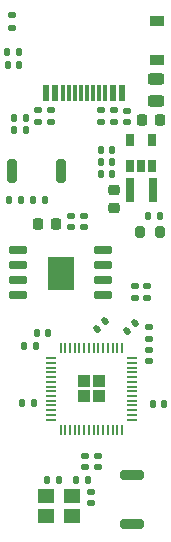
<source format=gbr>
%TF.GenerationSoftware,KiCad,Pcbnew,(6.0.7-1)-1*%
%TF.CreationDate,2022-09-30T15:54:31+08:00*%
%TF.ProjectId,PicoBoot,5069636f-426f-46f7-942e-6b696361645f,REV1*%
%TF.SameCoordinates,Original*%
%TF.FileFunction,Paste,Top*%
%TF.FilePolarity,Positive*%
%FSLAX46Y46*%
G04 Gerber Fmt 4.6, Leading zero omitted, Abs format (unit mm)*
G04 Created by KiCad (PCBNEW (6.0.7-1)-1) date 2022-09-30 15:54:31*
%MOMM*%
%LPD*%
G01*
G04 APERTURE LIST*
G04 Aperture macros list*
%AMRoundRect*
0 Rectangle with rounded corners*
0 $1 Rounding radius*
0 $2 $3 $4 $5 $6 $7 $8 $9 X,Y pos of 4 corners*
0 Add a 4 corners polygon primitive as box body*
4,1,4,$2,$3,$4,$5,$6,$7,$8,$9,$2,$3,0*
0 Add four circle primitives for the rounded corners*
1,1,$1+$1,$2,$3*
1,1,$1+$1,$4,$5*
1,1,$1+$1,$6,$7*
1,1,$1+$1,$8,$9*
0 Add four rect primitives between the rounded corners*
20,1,$1+$1,$2,$3,$4,$5,0*
20,1,$1+$1,$4,$5,$6,$7,0*
20,1,$1+$1,$6,$7,$8,$9,0*
20,1,$1+$1,$8,$9,$2,$3,0*%
G04 Aperture macros list end*
%ADD10C,0.010000*%
%ADD11RoundRect,0.218750X0.218750X0.256250X-0.218750X0.256250X-0.218750X-0.256250X0.218750X-0.256250X0*%
%ADD12RoundRect,0.140000X-0.170000X0.140000X-0.170000X-0.140000X0.170000X-0.140000X0.170000X0.140000X0*%
%ADD13RoundRect,0.140000X0.021213X-0.219203X0.219203X-0.021213X-0.021213X0.219203X-0.219203X0.021213X0*%
%ADD14RoundRect,0.140000X0.140000X0.170000X-0.140000X0.170000X-0.140000X-0.170000X0.140000X-0.170000X0*%
%ADD15RoundRect,0.135000X0.135000X0.185000X-0.135000X0.185000X-0.135000X-0.185000X0.135000X-0.185000X0*%
%ADD16RoundRect,0.135000X-0.185000X0.135000X-0.185000X-0.135000X0.185000X-0.135000X0.185000X0.135000X0*%
%ADD17RoundRect,0.140000X-0.140000X-0.170000X0.140000X-0.170000X0.140000X0.170000X-0.140000X0.170000X0*%
%ADD18RoundRect,0.135000X0.185000X-0.135000X0.185000X0.135000X-0.185000X0.135000X-0.185000X-0.135000X0*%
%ADD19RoundRect,0.150000X-0.650000X-0.150000X0.650000X-0.150000X0.650000X0.150000X-0.650000X0.150000X0*%
%ADD20RoundRect,0.140000X0.170000X-0.140000X0.170000X0.140000X-0.170000X0.140000X-0.170000X-0.140000X0*%
%ADD21RoundRect,0.200000X-0.200000X-0.800000X0.200000X-0.800000X0.200000X0.800000X-0.200000X0.800000X0*%
%ADD22RoundRect,0.200000X-0.200000X-0.275000X0.200000X-0.275000X0.200000X0.275000X-0.200000X0.275000X0*%
%ADD23R,1.200000X0.900000*%
%ADD24RoundRect,0.147500X-0.147500X-0.172500X0.147500X-0.172500X0.147500X0.172500X-0.147500X0.172500X0*%
%ADD25R,0.650000X1.060000*%
%ADD26R,1.400000X1.200000*%
%ADD27RoundRect,0.135000X-0.135000X-0.185000X0.135000X-0.185000X0.135000X0.185000X-0.135000X0.185000X0*%
%ADD28RoundRect,0.200000X0.800000X-0.200000X0.800000X0.200000X-0.800000X0.200000X-0.800000X-0.200000X0*%
%ADD29R,0.600000X1.450000*%
%ADD30R,0.300000X1.450000*%
%ADD31RoundRect,0.250000X-0.292217X-0.292217X0.292217X-0.292217X0.292217X0.292217X-0.292217X0.292217X0*%
%ADD32RoundRect,0.050000X-0.387500X-0.050000X0.387500X-0.050000X0.387500X0.050000X-0.387500X0.050000X0*%
%ADD33RoundRect,0.050000X-0.050000X-0.387500X0.050000X-0.387500X0.050000X0.387500X-0.050000X0.387500X0*%
%ADD34RoundRect,0.243750X0.456250X-0.243750X0.456250X0.243750X-0.456250X0.243750X-0.456250X-0.243750X0*%
%ADD35RoundRect,0.218750X-0.256250X0.218750X-0.256250X-0.218750X0.256250X-0.218750X0.256250X0.218750X0*%
%ADD36RoundRect,0.147500X0.147500X0.172500X-0.147500X0.172500X-0.147500X-0.172500X0.147500X-0.172500X0*%
%ADD37R,0.800000X2.000000*%
%ADD38R,0.940000X0.440000*%
%ADD39RoundRect,0.147500X-0.172500X0.147500X-0.172500X-0.147500X0.172500X-0.147500X0.172500X0.147500X0*%
%ADD40RoundRect,0.225000X0.225000X0.250000X-0.225000X0.250000X-0.225000X-0.250000X0.225000X-0.250000X0*%
G04 APERTURE END LIST*
%TO.C,REF\u002A\u002A*%
G36*
X102725000Y-81450770D02*
G01*
X100574390Y-81450770D01*
X100574390Y-78750000D01*
X102725000Y-78750000D01*
X102725000Y-81450770D01*
G37*
D10*
X102725000Y-81450770D02*
X100574390Y-81450770D01*
X100574390Y-78750000D01*
X102725000Y-78750000D01*
X102725000Y-81450770D01*
%TD*%
D11*
%TO.C,C1*%
X110087500Y-67200000D03*
X108512500Y-67200000D03*
%TD*%
D12*
%TO.C,C6*%
X104850000Y-95612164D03*
X104850000Y-96572164D03*
%TD*%
D13*
%TO.C,C7*%
X104710589Y-84889411D03*
X105389411Y-84210589D03*
%TD*%
D14*
%TO.C,C11*%
X99530000Y-86300000D03*
X98570000Y-86300000D03*
%TD*%
D15*
%TO.C,R1*%
X98310000Y-73900000D03*
X97290000Y-73900000D03*
%TD*%
D16*
%TO.C,R4*%
X109000000Y-81240000D03*
X109000000Y-82260000D03*
%TD*%
D17*
%TO.C,C13*%
X109445000Y-91212500D03*
X110405000Y-91212500D03*
%TD*%
D12*
%TO.C,C14*%
X103725000Y-95612164D03*
X103725000Y-96572164D03*
%TD*%
D13*
%TO.C,C3*%
X107260589Y-84989411D03*
X107939411Y-84310589D03*
%TD*%
D16*
%TO.C,R3*%
X107950000Y-81240000D03*
X107950000Y-82260000D03*
%TD*%
D15*
%TO.C,GPIO25_RESISTOR1*%
X98710000Y-68050000D03*
X97690000Y-68050000D03*
%TD*%
D18*
%TO.C,R5*%
X105100000Y-67360000D03*
X105100000Y-66340000D03*
%TD*%
%TO.C,R6*%
X97525000Y-59335000D03*
X97525000Y-58315000D03*
%TD*%
D19*
%TO.C,FLASH*%
X98050000Y-78195000D03*
X98050000Y-79465000D03*
X98050000Y-80735000D03*
X98050000Y-82005000D03*
X105250000Y-82005000D03*
X105250000Y-80735000D03*
X105250000Y-79465000D03*
X105250000Y-78195000D03*
%TD*%
D20*
%TO.C,C8*%
X103625000Y-76230000D03*
X103625000Y-75270000D03*
%TD*%
%TO.C,C5*%
X102550000Y-76230000D03*
X102550000Y-75270000D03*
%TD*%
D21*
%TO.C,J2*%
X97500000Y-71500000D03*
X101700000Y-71500000D03*
%TD*%
D15*
%TO.C,R2*%
X100310000Y-73900000D03*
X99290000Y-73900000D03*
%TD*%
D22*
%TO.C,R9*%
X108395000Y-76620000D03*
X110045000Y-76620000D03*
%TD*%
D15*
%TO.C,R10*%
X110060000Y-75300000D03*
X109040000Y-75300000D03*
%TD*%
D23*
%TO.C,D1*%
X109850000Y-62050000D03*
X109850000Y-58750000D03*
%TD*%
D17*
%TO.C,C4*%
X105070000Y-69690000D03*
X106030000Y-69690000D03*
%TD*%
D20*
%TO.C,C10*%
X109100000Y-85680000D03*
X109100000Y-84720000D03*
%TD*%
D18*
%TO.C,R7*%
X106172000Y-67360000D03*
X106172000Y-66340000D03*
%TD*%
D12*
%TO.C,C16*%
X109100000Y-86620000D03*
X109100000Y-87580000D03*
%TD*%
D14*
%TO.C,C18*%
X99380000Y-91087500D03*
X98420000Y-91087500D03*
%TD*%
D17*
%TO.C,C2*%
X100520000Y-97617164D03*
X101480000Y-97617164D03*
%TD*%
D20*
%TO.C,C19*%
X104200000Y-99597164D03*
X104200000Y-98637164D03*
%TD*%
D24*
%TO.C,GPIO25_LED1*%
X97720000Y-67000000D03*
X98690000Y-67000000D03*
%TD*%
D17*
%TO.C,C15*%
X99620000Y-85200000D03*
X100580000Y-85200000D03*
%TD*%
D25*
%TO.C,U1*%
X107500000Y-71100000D03*
X108450000Y-71100000D03*
X109400000Y-71100000D03*
X109400000Y-68900000D03*
X107500000Y-68900000D03*
%TD*%
D26*
%TO.C,Y1*%
X100400000Y-100727164D03*
X102600000Y-100727164D03*
X102600000Y-99027164D03*
X100400000Y-99027164D03*
%TD*%
D27*
%TO.C,R11*%
X102930000Y-97687164D03*
X103950000Y-97687164D03*
%TD*%
D28*
%TO.C,RSW1*%
X107700000Y-101400000D03*
X107700000Y-97200000D03*
%TD*%
D29*
%TO.C,USB1*%
X106875000Y-64920000D03*
X106100000Y-64920000D03*
D30*
X105400000Y-64920000D03*
X104900000Y-64920000D03*
X104400000Y-64920000D03*
X103900000Y-64920000D03*
X103400000Y-64920000D03*
X102900000Y-64920000D03*
X102400000Y-64920000D03*
X101900000Y-64920000D03*
D29*
X101200000Y-64920000D03*
X100425000Y-64920000D03*
%TD*%
D31*
%TO.C,U3*%
X104887500Y-89300000D03*
X103612500Y-89300000D03*
X103612500Y-90575000D03*
X104887500Y-90575000D03*
D32*
X100812500Y-87337500D03*
X100812500Y-87737500D03*
X100812500Y-88137500D03*
X100812500Y-88537500D03*
X100812500Y-88937500D03*
X100812500Y-89337500D03*
X100812500Y-89737500D03*
X100812500Y-90137500D03*
X100812500Y-90537500D03*
X100812500Y-90937500D03*
X100812500Y-91337500D03*
X100812500Y-91737500D03*
X100812500Y-92137500D03*
X100812500Y-92537500D03*
D33*
X101650000Y-93375000D03*
X102050000Y-93375000D03*
X102450000Y-93375000D03*
X102850000Y-93375000D03*
X103250000Y-93375000D03*
X103650000Y-93375000D03*
X104050000Y-93375000D03*
X104450000Y-93375000D03*
X104850000Y-93375000D03*
X105250000Y-93375000D03*
X105650000Y-93375000D03*
X106050000Y-93375000D03*
X106450000Y-93375000D03*
X106850000Y-93375000D03*
D32*
X107687500Y-92537500D03*
X107687500Y-92137500D03*
X107687500Y-91737500D03*
X107687500Y-91337500D03*
X107687500Y-90937500D03*
X107687500Y-90537500D03*
X107687500Y-90137500D03*
X107687500Y-89737500D03*
X107687500Y-89337500D03*
X107687500Y-88937500D03*
X107687500Y-88537500D03*
X107687500Y-88137500D03*
X107687500Y-87737500D03*
X107687500Y-87337500D03*
D33*
X106850000Y-86500000D03*
X106450000Y-86500000D03*
X106050000Y-86500000D03*
X105650000Y-86500000D03*
X105250000Y-86500000D03*
X104850000Y-86500000D03*
X104450000Y-86500000D03*
X104050000Y-86500000D03*
X103650000Y-86500000D03*
X103250000Y-86500000D03*
X102850000Y-86500000D03*
X102450000Y-86500000D03*
X102050000Y-86500000D03*
X101650000Y-86500000D03*
%TD*%
D34*
%TO.C,F1*%
X109700000Y-65537500D03*
X109700000Y-63662500D03*
%TD*%
D16*
%TO.C,R101*%
X100800000Y-66330000D03*
X100800000Y-67350000D03*
%TD*%
D35*
%TO.C,C9*%
X106200000Y-73062500D03*
X106200000Y-74637500D03*
%TD*%
D36*
%TO.C,C12*%
X106045000Y-71740000D03*
X105075000Y-71740000D03*
%TD*%
D37*
%TO.C,L1*%
X109500000Y-73100000D03*
X107500000Y-73100000D03*
%TD*%
D17*
%TO.C,C101*%
X97170000Y-62500000D03*
X98130000Y-62500000D03*
%TD*%
D18*
%TO.C,R103*%
X99750000Y-67350000D03*
X99750000Y-66330000D03*
%TD*%
D36*
%TO.C,R8*%
X106035000Y-70740000D03*
X105065000Y-70740000D03*
%TD*%
D38*
%TO.C,REF\u002A\u002A*%
X97755000Y-78195000D03*
X97755000Y-79465000D03*
X97755000Y-80735000D03*
X97755000Y-82005000D03*
X105545000Y-82005000D03*
X105545000Y-80735000D03*
X105545000Y-79465000D03*
X105545000Y-78195000D03*
%TD*%
D15*
%TO.C,R102*%
X98160000Y-61400000D03*
X97140000Y-61400000D03*
%TD*%
D39*
%TO.C,R12*%
X107240000Y-66385000D03*
X107240000Y-67355000D03*
%TD*%
D40*
%TO.C,C17*%
X101250000Y-75950000D03*
X99700000Y-75950000D03*
%TD*%
M02*

</source>
